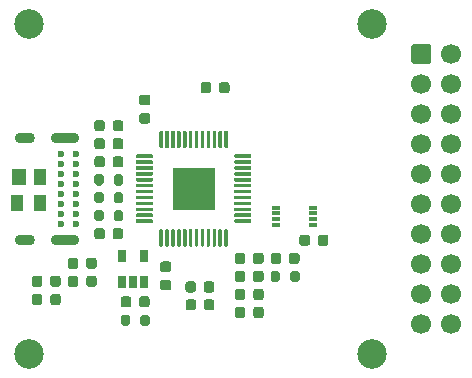
<source format=gbs>
G04 #@! TF.GenerationSoftware,KiCad,Pcbnew,(5.1.10-1-10_14)*
G04 #@! TF.CreationDate,2022-01-16T16:12:51+09:00*
G04 #@! TF.ProjectId,ft2232_jtag_tap,66743232-3332-45f6-9a74-61675f746170,rev?*
G04 #@! TF.SameCoordinates,Original*
G04 #@! TF.FileFunction,Soldermask,Bot*
G04 #@! TF.FilePolarity,Negative*
%FSLAX46Y46*%
G04 Gerber Fmt 4.6, Leading zero omitted, Abs format (unit mm)*
G04 Created by KiCad (PCBNEW (5.1.10-1-10_14)) date 2022-01-16 16:12:51*
%MOMM*%
%LPD*%
G01*
G04 APERTURE LIST*
%ADD10R,0.800000X0.300000*%
%ADD11R,3.600000X3.600000*%
%ADD12O,1.700000X0.900000*%
%ADD13O,2.400000X0.900000*%
%ADD14C,0.600000*%
%ADD15R,0.650000X1.060000*%
%ADD16C,1.700000*%
%ADD17C,2.500000*%
%ADD18R,1.000000X1.400000*%
%ADD19R,1.200000X1.400000*%
G04 APERTURE END LIST*
D10*
X77032000Y-120078000D03*
X77032000Y-119578000D03*
X77032000Y-119078000D03*
X77032000Y-118578000D03*
X73932000Y-118578000D03*
X73932000Y-119078000D03*
X73932000Y-119578000D03*
X73932000Y-120078000D03*
G36*
G01*
X77425000Y-121608000D02*
X77425000Y-121108000D01*
G75*
G02*
X77650000Y-120883000I225000J0D01*
G01*
X78100000Y-120883000D01*
G75*
G02*
X78325000Y-121108000I0J-225000D01*
G01*
X78325000Y-121608000D01*
G75*
G02*
X78100000Y-121833000I-225000J0D01*
G01*
X77650000Y-121833000D01*
G75*
G02*
X77425000Y-121608000I0J225000D01*
G01*
G37*
G36*
G01*
X75875000Y-121608000D02*
X75875000Y-121108000D01*
G75*
G02*
X76100000Y-120883000I225000J0D01*
G01*
X76550000Y-120883000D01*
G75*
G02*
X76775000Y-121108000I0J-225000D01*
G01*
X76775000Y-121608000D01*
G75*
G02*
X76550000Y-121833000I-225000J0D01*
G01*
X76100000Y-121833000D01*
G75*
G02*
X75875000Y-121608000I0J225000D01*
G01*
G37*
G36*
G01*
X68415000Y-108180000D02*
X68415000Y-108680000D01*
G75*
G02*
X68190000Y-108905000I-225000J0D01*
G01*
X67740000Y-108905000D01*
G75*
G02*
X67515000Y-108680000I0J225000D01*
G01*
X67515000Y-108180000D01*
G75*
G02*
X67740000Y-107955000I225000J0D01*
G01*
X68190000Y-107955000D01*
G75*
G02*
X68415000Y-108180000I0J-225000D01*
G01*
G37*
G36*
G01*
X69965000Y-108180000D02*
X69965000Y-108680000D01*
G75*
G02*
X69740000Y-108905000I-225000J0D01*
G01*
X69290000Y-108905000D01*
G75*
G02*
X69065000Y-108680000I0J225000D01*
G01*
X69065000Y-108180000D01*
G75*
G02*
X69290000Y-107955000I225000J0D01*
G01*
X69740000Y-107955000D01*
G75*
G02*
X69965000Y-108180000I0J-225000D01*
G01*
G37*
D11*
X66920000Y-116980000D03*
G36*
G01*
X64020000Y-121805000D02*
X64020000Y-120480000D01*
G75*
G02*
X64095000Y-120405000I75000J0D01*
G01*
X64245000Y-120405000D01*
G75*
G02*
X64320000Y-120480000I0J-75000D01*
G01*
X64320000Y-121805000D01*
G75*
G02*
X64245000Y-121880000I-75000J0D01*
G01*
X64095000Y-121880000D01*
G75*
G02*
X64020000Y-121805000I0J75000D01*
G01*
G37*
G36*
G01*
X64520000Y-121805000D02*
X64520000Y-120480000D01*
G75*
G02*
X64595000Y-120405000I75000J0D01*
G01*
X64745000Y-120405000D01*
G75*
G02*
X64820000Y-120480000I0J-75000D01*
G01*
X64820000Y-121805000D01*
G75*
G02*
X64745000Y-121880000I-75000J0D01*
G01*
X64595000Y-121880000D01*
G75*
G02*
X64520000Y-121805000I0J75000D01*
G01*
G37*
G36*
G01*
X65020000Y-121805000D02*
X65020000Y-120480000D01*
G75*
G02*
X65095000Y-120405000I75000J0D01*
G01*
X65245000Y-120405000D01*
G75*
G02*
X65320000Y-120480000I0J-75000D01*
G01*
X65320000Y-121805000D01*
G75*
G02*
X65245000Y-121880000I-75000J0D01*
G01*
X65095000Y-121880000D01*
G75*
G02*
X65020000Y-121805000I0J75000D01*
G01*
G37*
G36*
G01*
X65520000Y-121805000D02*
X65520000Y-120480000D01*
G75*
G02*
X65595000Y-120405000I75000J0D01*
G01*
X65745000Y-120405000D01*
G75*
G02*
X65820000Y-120480000I0J-75000D01*
G01*
X65820000Y-121805000D01*
G75*
G02*
X65745000Y-121880000I-75000J0D01*
G01*
X65595000Y-121880000D01*
G75*
G02*
X65520000Y-121805000I0J75000D01*
G01*
G37*
G36*
G01*
X66020000Y-121805000D02*
X66020000Y-120480000D01*
G75*
G02*
X66095000Y-120405000I75000J0D01*
G01*
X66245000Y-120405000D01*
G75*
G02*
X66320000Y-120480000I0J-75000D01*
G01*
X66320000Y-121805000D01*
G75*
G02*
X66245000Y-121880000I-75000J0D01*
G01*
X66095000Y-121880000D01*
G75*
G02*
X66020000Y-121805000I0J75000D01*
G01*
G37*
G36*
G01*
X66520000Y-121805000D02*
X66520000Y-120480000D01*
G75*
G02*
X66595000Y-120405000I75000J0D01*
G01*
X66745000Y-120405000D01*
G75*
G02*
X66820000Y-120480000I0J-75000D01*
G01*
X66820000Y-121805000D01*
G75*
G02*
X66745000Y-121880000I-75000J0D01*
G01*
X66595000Y-121880000D01*
G75*
G02*
X66520000Y-121805000I0J75000D01*
G01*
G37*
G36*
G01*
X67020000Y-121805000D02*
X67020000Y-120480000D01*
G75*
G02*
X67095000Y-120405000I75000J0D01*
G01*
X67245000Y-120405000D01*
G75*
G02*
X67320000Y-120480000I0J-75000D01*
G01*
X67320000Y-121805000D01*
G75*
G02*
X67245000Y-121880000I-75000J0D01*
G01*
X67095000Y-121880000D01*
G75*
G02*
X67020000Y-121805000I0J75000D01*
G01*
G37*
G36*
G01*
X67520000Y-121805000D02*
X67520000Y-120480000D01*
G75*
G02*
X67595000Y-120405000I75000J0D01*
G01*
X67745000Y-120405000D01*
G75*
G02*
X67820000Y-120480000I0J-75000D01*
G01*
X67820000Y-121805000D01*
G75*
G02*
X67745000Y-121880000I-75000J0D01*
G01*
X67595000Y-121880000D01*
G75*
G02*
X67520000Y-121805000I0J75000D01*
G01*
G37*
G36*
G01*
X68020000Y-121805000D02*
X68020000Y-120480000D01*
G75*
G02*
X68095000Y-120405000I75000J0D01*
G01*
X68245000Y-120405000D01*
G75*
G02*
X68320000Y-120480000I0J-75000D01*
G01*
X68320000Y-121805000D01*
G75*
G02*
X68245000Y-121880000I-75000J0D01*
G01*
X68095000Y-121880000D01*
G75*
G02*
X68020000Y-121805000I0J75000D01*
G01*
G37*
G36*
G01*
X68520000Y-121805000D02*
X68520000Y-120480000D01*
G75*
G02*
X68595000Y-120405000I75000J0D01*
G01*
X68745000Y-120405000D01*
G75*
G02*
X68820000Y-120480000I0J-75000D01*
G01*
X68820000Y-121805000D01*
G75*
G02*
X68745000Y-121880000I-75000J0D01*
G01*
X68595000Y-121880000D01*
G75*
G02*
X68520000Y-121805000I0J75000D01*
G01*
G37*
G36*
G01*
X69020000Y-121805000D02*
X69020000Y-120480000D01*
G75*
G02*
X69095000Y-120405000I75000J0D01*
G01*
X69245000Y-120405000D01*
G75*
G02*
X69320000Y-120480000I0J-75000D01*
G01*
X69320000Y-121805000D01*
G75*
G02*
X69245000Y-121880000I-75000J0D01*
G01*
X69095000Y-121880000D01*
G75*
G02*
X69020000Y-121805000I0J75000D01*
G01*
G37*
G36*
G01*
X69520000Y-121805000D02*
X69520000Y-120480000D01*
G75*
G02*
X69595000Y-120405000I75000J0D01*
G01*
X69745000Y-120405000D01*
G75*
G02*
X69820000Y-120480000I0J-75000D01*
G01*
X69820000Y-121805000D01*
G75*
G02*
X69745000Y-121880000I-75000J0D01*
G01*
X69595000Y-121880000D01*
G75*
G02*
X69520000Y-121805000I0J75000D01*
G01*
G37*
G36*
G01*
X70345000Y-119805000D02*
X70345000Y-119655000D01*
G75*
G02*
X70420000Y-119580000I75000J0D01*
G01*
X71745000Y-119580000D01*
G75*
G02*
X71820000Y-119655000I0J-75000D01*
G01*
X71820000Y-119805000D01*
G75*
G02*
X71745000Y-119880000I-75000J0D01*
G01*
X70420000Y-119880000D01*
G75*
G02*
X70345000Y-119805000I0J75000D01*
G01*
G37*
G36*
G01*
X70345000Y-119305000D02*
X70345000Y-119155000D01*
G75*
G02*
X70420000Y-119080000I75000J0D01*
G01*
X71745000Y-119080000D01*
G75*
G02*
X71820000Y-119155000I0J-75000D01*
G01*
X71820000Y-119305000D01*
G75*
G02*
X71745000Y-119380000I-75000J0D01*
G01*
X70420000Y-119380000D01*
G75*
G02*
X70345000Y-119305000I0J75000D01*
G01*
G37*
G36*
G01*
X70345000Y-118805000D02*
X70345000Y-118655000D01*
G75*
G02*
X70420000Y-118580000I75000J0D01*
G01*
X71745000Y-118580000D01*
G75*
G02*
X71820000Y-118655000I0J-75000D01*
G01*
X71820000Y-118805000D01*
G75*
G02*
X71745000Y-118880000I-75000J0D01*
G01*
X70420000Y-118880000D01*
G75*
G02*
X70345000Y-118805000I0J75000D01*
G01*
G37*
G36*
G01*
X70345000Y-118305000D02*
X70345000Y-118155000D01*
G75*
G02*
X70420000Y-118080000I75000J0D01*
G01*
X71745000Y-118080000D01*
G75*
G02*
X71820000Y-118155000I0J-75000D01*
G01*
X71820000Y-118305000D01*
G75*
G02*
X71745000Y-118380000I-75000J0D01*
G01*
X70420000Y-118380000D01*
G75*
G02*
X70345000Y-118305000I0J75000D01*
G01*
G37*
G36*
G01*
X70345000Y-117805000D02*
X70345000Y-117655000D01*
G75*
G02*
X70420000Y-117580000I75000J0D01*
G01*
X71745000Y-117580000D01*
G75*
G02*
X71820000Y-117655000I0J-75000D01*
G01*
X71820000Y-117805000D01*
G75*
G02*
X71745000Y-117880000I-75000J0D01*
G01*
X70420000Y-117880000D01*
G75*
G02*
X70345000Y-117805000I0J75000D01*
G01*
G37*
G36*
G01*
X70345000Y-117305000D02*
X70345000Y-117155000D01*
G75*
G02*
X70420000Y-117080000I75000J0D01*
G01*
X71745000Y-117080000D01*
G75*
G02*
X71820000Y-117155000I0J-75000D01*
G01*
X71820000Y-117305000D01*
G75*
G02*
X71745000Y-117380000I-75000J0D01*
G01*
X70420000Y-117380000D01*
G75*
G02*
X70345000Y-117305000I0J75000D01*
G01*
G37*
G36*
G01*
X70345000Y-116805000D02*
X70345000Y-116655000D01*
G75*
G02*
X70420000Y-116580000I75000J0D01*
G01*
X71745000Y-116580000D01*
G75*
G02*
X71820000Y-116655000I0J-75000D01*
G01*
X71820000Y-116805000D01*
G75*
G02*
X71745000Y-116880000I-75000J0D01*
G01*
X70420000Y-116880000D01*
G75*
G02*
X70345000Y-116805000I0J75000D01*
G01*
G37*
G36*
G01*
X70345000Y-116305000D02*
X70345000Y-116155000D01*
G75*
G02*
X70420000Y-116080000I75000J0D01*
G01*
X71745000Y-116080000D01*
G75*
G02*
X71820000Y-116155000I0J-75000D01*
G01*
X71820000Y-116305000D01*
G75*
G02*
X71745000Y-116380000I-75000J0D01*
G01*
X70420000Y-116380000D01*
G75*
G02*
X70345000Y-116305000I0J75000D01*
G01*
G37*
G36*
G01*
X70345000Y-115805000D02*
X70345000Y-115655000D01*
G75*
G02*
X70420000Y-115580000I75000J0D01*
G01*
X71745000Y-115580000D01*
G75*
G02*
X71820000Y-115655000I0J-75000D01*
G01*
X71820000Y-115805000D01*
G75*
G02*
X71745000Y-115880000I-75000J0D01*
G01*
X70420000Y-115880000D01*
G75*
G02*
X70345000Y-115805000I0J75000D01*
G01*
G37*
G36*
G01*
X70345000Y-115305000D02*
X70345000Y-115155000D01*
G75*
G02*
X70420000Y-115080000I75000J0D01*
G01*
X71745000Y-115080000D01*
G75*
G02*
X71820000Y-115155000I0J-75000D01*
G01*
X71820000Y-115305000D01*
G75*
G02*
X71745000Y-115380000I-75000J0D01*
G01*
X70420000Y-115380000D01*
G75*
G02*
X70345000Y-115305000I0J75000D01*
G01*
G37*
G36*
G01*
X70345000Y-114805000D02*
X70345000Y-114655000D01*
G75*
G02*
X70420000Y-114580000I75000J0D01*
G01*
X71745000Y-114580000D01*
G75*
G02*
X71820000Y-114655000I0J-75000D01*
G01*
X71820000Y-114805000D01*
G75*
G02*
X71745000Y-114880000I-75000J0D01*
G01*
X70420000Y-114880000D01*
G75*
G02*
X70345000Y-114805000I0J75000D01*
G01*
G37*
G36*
G01*
X70345000Y-114305000D02*
X70345000Y-114155000D01*
G75*
G02*
X70420000Y-114080000I75000J0D01*
G01*
X71745000Y-114080000D01*
G75*
G02*
X71820000Y-114155000I0J-75000D01*
G01*
X71820000Y-114305000D01*
G75*
G02*
X71745000Y-114380000I-75000J0D01*
G01*
X70420000Y-114380000D01*
G75*
G02*
X70345000Y-114305000I0J75000D01*
G01*
G37*
G36*
G01*
X69520000Y-113480000D02*
X69520000Y-112155000D01*
G75*
G02*
X69595000Y-112080000I75000J0D01*
G01*
X69745000Y-112080000D01*
G75*
G02*
X69820000Y-112155000I0J-75000D01*
G01*
X69820000Y-113480000D01*
G75*
G02*
X69745000Y-113555000I-75000J0D01*
G01*
X69595000Y-113555000D01*
G75*
G02*
X69520000Y-113480000I0J75000D01*
G01*
G37*
G36*
G01*
X69020000Y-113480000D02*
X69020000Y-112155000D01*
G75*
G02*
X69095000Y-112080000I75000J0D01*
G01*
X69245000Y-112080000D01*
G75*
G02*
X69320000Y-112155000I0J-75000D01*
G01*
X69320000Y-113480000D01*
G75*
G02*
X69245000Y-113555000I-75000J0D01*
G01*
X69095000Y-113555000D01*
G75*
G02*
X69020000Y-113480000I0J75000D01*
G01*
G37*
G36*
G01*
X68520000Y-113480000D02*
X68520000Y-112155000D01*
G75*
G02*
X68595000Y-112080000I75000J0D01*
G01*
X68745000Y-112080000D01*
G75*
G02*
X68820000Y-112155000I0J-75000D01*
G01*
X68820000Y-113480000D01*
G75*
G02*
X68745000Y-113555000I-75000J0D01*
G01*
X68595000Y-113555000D01*
G75*
G02*
X68520000Y-113480000I0J75000D01*
G01*
G37*
G36*
G01*
X68020000Y-113480000D02*
X68020000Y-112155000D01*
G75*
G02*
X68095000Y-112080000I75000J0D01*
G01*
X68245000Y-112080000D01*
G75*
G02*
X68320000Y-112155000I0J-75000D01*
G01*
X68320000Y-113480000D01*
G75*
G02*
X68245000Y-113555000I-75000J0D01*
G01*
X68095000Y-113555000D01*
G75*
G02*
X68020000Y-113480000I0J75000D01*
G01*
G37*
G36*
G01*
X67520000Y-113480000D02*
X67520000Y-112155000D01*
G75*
G02*
X67595000Y-112080000I75000J0D01*
G01*
X67745000Y-112080000D01*
G75*
G02*
X67820000Y-112155000I0J-75000D01*
G01*
X67820000Y-113480000D01*
G75*
G02*
X67745000Y-113555000I-75000J0D01*
G01*
X67595000Y-113555000D01*
G75*
G02*
X67520000Y-113480000I0J75000D01*
G01*
G37*
G36*
G01*
X67020000Y-113480000D02*
X67020000Y-112155000D01*
G75*
G02*
X67095000Y-112080000I75000J0D01*
G01*
X67245000Y-112080000D01*
G75*
G02*
X67320000Y-112155000I0J-75000D01*
G01*
X67320000Y-113480000D01*
G75*
G02*
X67245000Y-113555000I-75000J0D01*
G01*
X67095000Y-113555000D01*
G75*
G02*
X67020000Y-113480000I0J75000D01*
G01*
G37*
G36*
G01*
X66520000Y-113480000D02*
X66520000Y-112155000D01*
G75*
G02*
X66595000Y-112080000I75000J0D01*
G01*
X66745000Y-112080000D01*
G75*
G02*
X66820000Y-112155000I0J-75000D01*
G01*
X66820000Y-113480000D01*
G75*
G02*
X66745000Y-113555000I-75000J0D01*
G01*
X66595000Y-113555000D01*
G75*
G02*
X66520000Y-113480000I0J75000D01*
G01*
G37*
G36*
G01*
X66020000Y-113480000D02*
X66020000Y-112155000D01*
G75*
G02*
X66095000Y-112080000I75000J0D01*
G01*
X66245000Y-112080000D01*
G75*
G02*
X66320000Y-112155000I0J-75000D01*
G01*
X66320000Y-113480000D01*
G75*
G02*
X66245000Y-113555000I-75000J0D01*
G01*
X66095000Y-113555000D01*
G75*
G02*
X66020000Y-113480000I0J75000D01*
G01*
G37*
G36*
G01*
X65520000Y-113480000D02*
X65520000Y-112155000D01*
G75*
G02*
X65595000Y-112080000I75000J0D01*
G01*
X65745000Y-112080000D01*
G75*
G02*
X65820000Y-112155000I0J-75000D01*
G01*
X65820000Y-113480000D01*
G75*
G02*
X65745000Y-113555000I-75000J0D01*
G01*
X65595000Y-113555000D01*
G75*
G02*
X65520000Y-113480000I0J75000D01*
G01*
G37*
G36*
G01*
X65020000Y-113480000D02*
X65020000Y-112155000D01*
G75*
G02*
X65095000Y-112080000I75000J0D01*
G01*
X65245000Y-112080000D01*
G75*
G02*
X65320000Y-112155000I0J-75000D01*
G01*
X65320000Y-113480000D01*
G75*
G02*
X65245000Y-113555000I-75000J0D01*
G01*
X65095000Y-113555000D01*
G75*
G02*
X65020000Y-113480000I0J75000D01*
G01*
G37*
G36*
G01*
X64520000Y-113480000D02*
X64520000Y-112155000D01*
G75*
G02*
X64595000Y-112080000I75000J0D01*
G01*
X64745000Y-112080000D01*
G75*
G02*
X64820000Y-112155000I0J-75000D01*
G01*
X64820000Y-113480000D01*
G75*
G02*
X64745000Y-113555000I-75000J0D01*
G01*
X64595000Y-113555000D01*
G75*
G02*
X64520000Y-113480000I0J75000D01*
G01*
G37*
G36*
G01*
X64020000Y-113480000D02*
X64020000Y-112155000D01*
G75*
G02*
X64095000Y-112080000I75000J0D01*
G01*
X64245000Y-112080000D01*
G75*
G02*
X64320000Y-112155000I0J-75000D01*
G01*
X64320000Y-113480000D01*
G75*
G02*
X64245000Y-113555000I-75000J0D01*
G01*
X64095000Y-113555000D01*
G75*
G02*
X64020000Y-113480000I0J75000D01*
G01*
G37*
G36*
G01*
X62020000Y-114305000D02*
X62020000Y-114155000D01*
G75*
G02*
X62095000Y-114080000I75000J0D01*
G01*
X63420000Y-114080000D01*
G75*
G02*
X63495000Y-114155000I0J-75000D01*
G01*
X63495000Y-114305000D01*
G75*
G02*
X63420000Y-114380000I-75000J0D01*
G01*
X62095000Y-114380000D01*
G75*
G02*
X62020000Y-114305000I0J75000D01*
G01*
G37*
G36*
G01*
X62020000Y-114805000D02*
X62020000Y-114655000D01*
G75*
G02*
X62095000Y-114580000I75000J0D01*
G01*
X63420000Y-114580000D01*
G75*
G02*
X63495000Y-114655000I0J-75000D01*
G01*
X63495000Y-114805000D01*
G75*
G02*
X63420000Y-114880000I-75000J0D01*
G01*
X62095000Y-114880000D01*
G75*
G02*
X62020000Y-114805000I0J75000D01*
G01*
G37*
G36*
G01*
X62020000Y-115305000D02*
X62020000Y-115155000D01*
G75*
G02*
X62095000Y-115080000I75000J0D01*
G01*
X63420000Y-115080000D01*
G75*
G02*
X63495000Y-115155000I0J-75000D01*
G01*
X63495000Y-115305000D01*
G75*
G02*
X63420000Y-115380000I-75000J0D01*
G01*
X62095000Y-115380000D01*
G75*
G02*
X62020000Y-115305000I0J75000D01*
G01*
G37*
G36*
G01*
X62020000Y-115805000D02*
X62020000Y-115655000D01*
G75*
G02*
X62095000Y-115580000I75000J0D01*
G01*
X63420000Y-115580000D01*
G75*
G02*
X63495000Y-115655000I0J-75000D01*
G01*
X63495000Y-115805000D01*
G75*
G02*
X63420000Y-115880000I-75000J0D01*
G01*
X62095000Y-115880000D01*
G75*
G02*
X62020000Y-115805000I0J75000D01*
G01*
G37*
G36*
G01*
X62020000Y-116305000D02*
X62020000Y-116155000D01*
G75*
G02*
X62095000Y-116080000I75000J0D01*
G01*
X63420000Y-116080000D01*
G75*
G02*
X63495000Y-116155000I0J-75000D01*
G01*
X63495000Y-116305000D01*
G75*
G02*
X63420000Y-116380000I-75000J0D01*
G01*
X62095000Y-116380000D01*
G75*
G02*
X62020000Y-116305000I0J75000D01*
G01*
G37*
G36*
G01*
X62020000Y-116805000D02*
X62020000Y-116655000D01*
G75*
G02*
X62095000Y-116580000I75000J0D01*
G01*
X63420000Y-116580000D01*
G75*
G02*
X63495000Y-116655000I0J-75000D01*
G01*
X63495000Y-116805000D01*
G75*
G02*
X63420000Y-116880000I-75000J0D01*
G01*
X62095000Y-116880000D01*
G75*
G02*
X62020000Y-116805000I0J75000D01*
G01*
G37*
G36*
G01*
X62020000Y-117305000D02*
X62020000Y-117155000D01*
G75*
G02*
X62095000Y-117080000I75000J0D01*
G01*
X63420000Y-117080000D01*
G75*
G02*
X63495000Y-117155000I0J-75000D01*
G01*
X63495000Y-117305000D01*
G75*
G02*
X63420000Y-117380000I-75000J0D01*
G01*
X62095000Y-117380000D01*
G75*
G02*
X62020000Y-117305000I0J75000D01*
G01*
G37*
G36*
G01*
X62020000Y-117805000D02*
X62020000Y-117655000D01*
G75*
G02*
X62095000Y-117580000I75000J0D01*
G01*
X63420000Y-117580000D01*
G75*
G02*
X63495000Y-117655000I0J-75000D01*
G01*
X63495000Y-117805000D01*
G75*
G02*
X63420000Y-117880000I-75000J0D01*
G01*
X62095000Y-117880000D01*
G75*
G02*
X62020000Y-117805000I0J75000D01*
G01*
G37*
G36*
G01*
X62020000Y-118305000D02*
X62020000Y-118155000D01*
G75*
G02*
X62095000Y-118080000I75000J0D01*
G01*
X63420000Y-118080000D01*
G75*
G02*
X63495000Y-118155000I0J-75000D01*
G01*
X63495000Y-118305000D01*
G75*
G02*
X63420000Y-118380000I-75000J0D01*
G01*
X62095000Y-118380000D01*
G75*
G02*
X62020000Y-118305000I0J75000D01*
G01*
G37*
G36*
G01*
X62020000Y-118805000D02*
X62020000Y-118655000D01*
G75*
G02*
X62095000Y-118580000I75000J0D01*
G01*
X63420000Y-118580000D01*
G75*
G02*
X63495000Y-118655000I0J-75000D01*
G01*
X63495000Y-118805000D01*
G75*
G02*
X63420000Y-118880000I-75000J0D01*
G01*
X62095000Y-118880000D01*
G75*
G02*
X62020000Y-118805000I0J75000D01*
G01*
G37*
G36*
G01*
X62020000Y-119305000D02*
X62020000Y-119155000D01*
G75*
G02*
X62095000Y-119080000I75000J0D01*
G01*
X63420000Y-119080000D01*
G75*
G02*
X63495000Y-119155000I0J-75000D01*
G01*
X63495000Y-119305000D01*
G75*
G02*
X63420000Y-119380000I-75000J0D01*
G01*
X62095000Y-119380000D01*
G75*
G02*
X62020000Y-119305000I0J75000D01*
G01*
G37*
G36*
G01*
X62020000Y-119805000D02*
X62020000Y-119655000D01*
G75*
G02*
X62095000Y-119580000I75000J0D01*
G01*
X63420000Y-119580000D01*
G75*
G02*
X63495000Y-119655000I0J-75000D01*
G01*
X63495000Y-119805000D01*
G75*
G02*
X63420000Y-119880000I-75000J0D01*
G01*
X62095000Y-119880000D01*
G75*
G02*
X62020000Y-119805000I0J75000D01*
G01*
G37*
D12*
X52640000Y-121325000D03*
X52640000Y-112675000D03*
D13*
X56020000Y-121325000D03*
X56020000Y-112675000D03*
D14*
X55650000Y-117425000D03*
X55650000Y-119975000D03*
X55650000Y-119125000D03*
X55650000Y-118275000D03*
X55650000Y-114025000D03*
X55650000Y-115725000D03*
X55650000Y-116575000D03*
X55650000Y-114875000D03*
X57000000Y-119975000D03*
X57000000Y-119125000D03*
X57000000Y-118275000D03*
X57000000Y-117425000D03*
X57000000Y-116575000D03*
X57000000Y-115725000D03*
X57000000Y-114875000D03*
X57000000Y-114025000D03*
D15*
X62760000Y-122680000D03*
X60860000Y-122680000D03*
X60860000Y-124880000D03*
X61810000Y-124880000D03*
X62760000Y-124880000D03*
G36*
G01*
X59305000Y-119005000D02*
X59305000Y-119555000D01*
G75*
G02*
X59105000Y-119755000I-200000J0D01*
G01*
X58705000Y-119755000D01*
G75*
G02*
X58505000Y-119555000I0J200000D01*
G01*
X58505000Y-119005000D01*
G75*
G02*
X58705000Y-118805000I200000J0D01*
G01*
X59105000Y-118805000D01*
G75*
G02*
X59305000Y-119005000I0J-200000D01*
G01*
G37*
G36*
G01*
X60955000Y-119005000D02*
X60955000Y-119555000D01*
G75*
G02*
X60755000Y-119755000I-200000J0D01*
G01*
X60355000Y-119755000D01*
G75*
G02*
X60155000Y-119555000I0J200000D01*
G01*
X60155000Y-119005000D01*
G75*
G02*
X60355000Y-118805000I200000J0D01*
G01*
X60755000Y-118805000D01*
G75*
G02*
X60955000Y-119005000I0J-200000D01*
G01*
G37*
G36*
G01*
X74235000Y-124145000D02*
X74235000Y-124695000D01*
G75*
G02*
X74035000Y-124895000I-200000J0D01*
G01*
X73635000Y-124895000D01*
G75*
G02*
X73435000Y-124695000I0J200000D01*
G01*
X73435000Y-124145000D01*
G75*
G02*
X73635000Y-123945000I200000J0D01*
G01*
X74035000Y-123945000D01*
G75*
G02*
X74235000Y-124145000I0J-200000D01*
G01*
G37*
G36*
G01*
X75885000Y-124145000D02*
X75885000Y-124695000D01*
G75*
G02*
X75685000Y-124895000I-200000J0D01*
G01*
X75285000Y-124895000D01*
G75*
G02*
X75085000Y-124695000I0J200000D01*
G01*
X75085000Y-124145000D01*
G75*
G02*
X75285000Y-123945000I200000J0D01*
G01*
X75685000Y-123945000D01*
G75*
G02*
X75885000Y-124145000I0J-200000D01*
G01*
G37*
G36*
G01*
X59390000Y-111403750D02*
X59390000Y-111916250D01*
G75*
G02*
X59171250Y-112135000I-218750J0D01*
G01*
X58733750Y-112135000D01*
G75*
G02*
X58515000Y-111916250I0J218750D01*
G01*
X58515000Y-111403750D01*
G75*
G02*
X58733750Y-111185000I218750J0D01*
G01*
X59171250Y-111185000D01*
G75*
G02*
X59390000Y-111403750I0J-218750D01*
G01*
G37*
G36*
G01*
X60965000Y-111403750D02*
X60965000Y-111916250D01*
G75*
G02*
X60746250Y-112135000I-218750J0D01*
G01*
X60308750Y-112135000D01*
G75*
G02*
X60090000Y-111916250I0J218750D01*
G01*
X60090000Y-111403750D01*
G75*
G02*
X60308750Y-111185000I218750J0D01*
G01*
X60746250Y-111185000D01*
G75*
G02*
X60965000Y-111403750I0J-218750D01*
G01*
G37*
G36*
G01*
X61565000Y-127845000D02*
X61565000Y-128395000D01*
G75*
G02*
X61365000Y-128595000I-200000J0D01*
G01*
X60965000Y-128595000D01*
G75*
G02*
X60765000Y-128395000I0J200000D01*
G01*
X60765000Y-127845000D01*
G75*
G02*
X60965000Y-127645000I200000J0D01*
G01*
X61365000Y-127645000D01*
G75*
G02*
X61565000Y-127845000I0J-200000D01*
G01*
G37*
G36*
G01*
X63215000Y-127845000D02*
X63215000Y-128395000D01*
G75*
G02*
X63015000Y-128595000I-200000J0D01*
G01*
X62615000Y-128595000D01*
G75*
G02*
X62415000Y-128395000I0J200000D01*
G01*
X62415000Y-127845000D01*
G75*
G02*
X62615000Y-127645000I200000J0D01*
G01*
X63015000Y-127645000D01*
G75*
G02*
X63215000Y-127845000I0J-200000D01*
G01*
G37*
G36*
G01*
X59315000Y-115965000D02*
X59315000Y-116515000D01*
G75*
G02*
X59115000Y-116715000I-200000J0D01*
G01*
X58715000Y-116715000D01*
G75*
G02*
X58515000Y-116515000I0J200000D01*
G01*
X58515000Y-115965000D01*
G75*
G02*
X58715000Y-115765000I200000J0D01*
G01*
X59115000Y-115765000D01*
G75*
G02*
X59315000Y-115965000I0J-200000D01*
G01*
G37*
G36*
G01*
X60965000Y-115965000D02*
X60965000Y-116515000D01*
G75*
G02*
X60765000Y-116715000I-200000J0D01*
G01*
X60365000Y-116715000D01*
G75*
G02*
X60165000Y-116515000I0J200000D01*
G01*
X60165000Y-115965000D01*
G75*
G02*
X60365000Y-115765000I200000J0D01*
G01*
X60765000Y-115765000D01*
G75*
G02*
X60965000Y-115965000I0J-200000D01*
G01*
G37*
G36*
G01*
X59315000Y-117485000D02*
X59315000Y-118035000D01*
G75*
G02*
X59115000Y-118235000I-200000J0D01*
G01*
X58715000Y-118235000D01*
G75*
G02*
X58515000Y-118035000I0J200000D01*
G01*
X58515000Y-117485000D01*
G75*
G02*
X58715000Y-117285000I200000J0D01*
G01*
X59115000Y-117285000D01*
G75*
G02*
X59315000Y-117485000I0J-200000D01*
G01*
G37*
G36*
G01*
X60965000Y-117485000D02*
X60965000Y-118035000D01*
G75*
G02*
X60765000Y-118235000I-200000J0D01*
G01*
X60365000Y-118235000D01*
G75*
G02*
X60165000Y-118035000I0J200000D01*
G01*
X60165000Y-117485000D01*
G75*
G02*
X60365000Y-117285000I200000J0D01*
G01*
X60765000Y-117285000D01*
G75*
G02*
X60965000Y-117485000I0J-200000D01*
G01*
G37*
G36*
G01*
X57140000Y-124573750D02*
X57140000Y-125086250D01*
G75*
G02*
X56921250Y-125305000I-218750J0D01*
G01*
X56483750Y-125305000D01*
G75*
G02*
X56265000Y-125086250I0J218750D01*
G01*
X56265000Y-124573750D01*
G75*
G02*
X56483750Y-124355000I218750J0D01*
G01*
X56921250Y-124355000D01*
G75*
G02*
X57140000Y-124573750I0J-218750D01*
G01*
G37*
G36*
G01*
X58715000Y-124573750D02*
X58715000Y-125086250D01*
G75*
G02*
X58496250Y-125305000I-218750J0D01*
G01*
X58058750Y-125305000D01*
G75*
G02*
X57840000Y-125086250I0J218750D01*
G01*
X57840000Y-124573750D01*
G75*
G02*
X58058750Y-124355000I218750J0D01*
G01*
X58496250Y-124355000D01*
G75*
G02*
X58715000Y-124573750I0J-218750D01*
G01*
G37*
G36*
G01*
X54100000Y-126113750D02*
X54100000Y-126626250D01*
G75*
G02*
X53881250Y-126845000I-218750J0D01*
G01*
X53443750Y-126845000D01*
G75*
G02*
X53225000Y-126626250I0J218750D01*
G01*
X53225000Y-126113750D01*
G75*
G02*
X53443750Y-125895000I218750J0D01*
G01*
X53881250Y-125895000D01*
G75*
G02*
X54100000Y-126113750I0J-218750D01*
G01*
G37*
G36*
G01*
X55675000Y-126113750D02*
X55675000Y-126626250D01*
G75*
G02*
X55456250Y-126845000I-218750J0D01*
G01*
X55018750Y-126845000D01*
G75*
G02*
X54800000Y-126626250I0J218750D01*
G01*
X54800000Y-126113750D01*
G75*
G02*
X55018750Y-125895000I218750J0D01*
G01*
X55456250Y-125895000D01*
G75*
G02*
X55675000Y-126113750I0J-218750D01*
G01*
G37*
D16*
X88740000Y-128440000D03*
X88740000Y-125900000D03*
X88740000Y-123360000D03*
X88740000Y-120820000D03*
X88740000Y-118280000D03*
X88740000Y-115740000D03*
X88740000Y-113200000D03*
X88740000Y-110660000D03*
X88740000Y-108120000D03*
X88740000Y-105580000D03*
X86200000Y-128440000D03*
X86200000Y-125900000D03*
X86200000Y-123360000D03*
X86200000Y-120820000D03*
X86200000Y-118280000D03*
X86200000Y-115740000D03*
X86200000Y-113200000D03*
X86200000Y-110660000D03*
X86200000Y-108120000D03*
G36*
G01*
X85350000Y-106180000D02*
X85350000Y-104980000D01*
G75*
G02*
X85600000Y-104730000I250000J0D01*
G01*
X86800000Y-104730000D01*
G75*
G02*
X87050000Y-104980000I0J-250000D01*
G01*
X87050000Y-106180000D01*
G75*
G02*
X86800000Y-106430000I-250000J0D01*
G01*
X85600000Y-106430000D01*
G75*
G02*
X85350000Y-106180000I0J250000D01*
G01*
G37*
D17*
X82000000Y-131000000D03*
X82000000Y-103000000D03*
X53000000Y-131000000D03*
X53000000Y-103000000D03*
D18*
X51980000Y-118190000D03*
X53880000Y-118190000D03*
X53880000Y-115990000D03*
D19*
X52160000Y-115990000D03*
G36*
G01*
X59415000Y-114460000D02*
X59415000Y-114960000D01*
G75*
G02*
X59190000Y-115185000I-225000J0D01*
G01*
X58740000Y-115185000D01*
G75*
G02*
X58515000Y-114960000I0J225000D01*
G01*
X58515000Y-114460000D01*
G75*
G02*
X58740000Y-114235000I225000J0D01*
G01*
X59190000Y-114235000D01*
G75*
G02*
X59415000Y-114460000I0J-225000D01*
G01*
G37*
G36*
G01*
X60965000Y-114460000D02*
X60965000Y-114960000D01*
G75*
G02*
X60740000Y-115185000I-225000J0D01*
G01*
X60290000Y-115185000D01*
G75*
G02*
X60065000Y-114960000I0J225000D01*
G01*
X60065000Y-114460000D01*
G75*
G02*
X60290000Y-114235000I225000J0D01*
G01*
X60740000Y-114235000D01*
G75*
G02*
X60965000Y-114460000I0J-225000D01*
G01*
G37*
G36*
G01*
X59415000Y-112930000D02*
X59415000Y-113430000D01*
G75*
G02*
X59190000Y-113655000I-225000J0D01*
G01*
X58740000Y-113655000D01*
G75*
G02*
X58515000Y-113430000I0J225000D01*
G01*
X58515000Y-112930000D01*
G75*
G02*
X58740000Y-112705000I225000J0D01*
G01*
X59190000Y-112705000D01*
G75*
G02*
X59415000Y-112930000I0J-225000D01*
G01*
G37*
G36*
G01*
X60965000Y-112930000D02*
X60965000Y-113430000D01*
G75*
G02*
X60740000Y-113655000I-225000J0D01*
G01*
X60290000Y-113655000D01*
G75*
G02*
X60065000Y-113430000I0J225000D01*
G01*
X60065000Y-112930000D01*
G75*
G02*
X60290000Y-112705000I225000J0D01*
G01*
X60740000Y-112705000D01*
G75*
G02*
X60965000Y-112930000I0J-225000D01*
G01*
G37*
G36*
G01*
X71945000Y-123140000D02*
X71945000Y-122640000D01*
G75*
G02*
X72170000Y-122415000I225000J0D01*
G01*
X72620000Y-122415000D01*
G75*
G02*
X72845000Y-122640000I0J-225000D01*
G01*
X72845000Y-123140000D01*
G75*
G02*
X72620000Y-123365000I-225000J0D01*
G01*
X72170000Y-123365000D01*
G75*
G02*
X71945000Y-123140000I0J225000D01*
G01*
G37*
G36*
G01*
X70395000Y-123140000D02*
X70395000Y-122640000D01*
G75*
G02*
X70620000Y-122415000I225000J0D01*
G01*
X71070000Y-122415000D01*
G75*
G02*
X71295000Y-122640000I0J-225000D01*
G01*
X71295000Y-123140000D01*
G75*
G02*
X71070000Y-123365000I-225000J0D01*
G01*
X70620000Y-123365000D01*
G75*
G02*
X70395000Y-123140000I0J225000D01*
G01*
G37*
G36*
G01*
X71959000Y-127716000D02*
X71959000Y-127216000D01*
G75*
G02*
X72184000Y-126991000I225000J0D01*
G01*
X72634000Y-126991000D01*
G75*
G02*
X72859000Y-127216000I0J-225000D01*
G01*
X72859000Y-127716000D01*
G75*
G02*
X72634000Y-127941000I-225000J0D01*
G01*
X72184000Y-127941000D01*
G75*
G02*
X71959000Y-127716000I0J225000D01*
G01*
G37*
G36*
G01*
X70409000Y-127716000D02*
X70409000Y-127216000D01*
G75*
G02*
X70634000Y-126991000I225000J0D01*
G01*
X71084000Y-126991000D01*
G75*
G02*
X71309000Y-127216000I0J-225000D01*
G01*
X71309000Y-127716000D01*
G75*
G02*
X71084000Y-127941000I-225000J0D01*
G01*
X70634000Y-127941000D01*
G75*
G02*
X70409000Y-127716000I0J225000D01*
G01*
G37*
G36*
G01*
X63030000Y-109925000D02*
X62530000Y-109925000D01*
G75*
G02*
X62305000Y-109700000I0J225000D01*
G01*
X62305000Y-109250000D01*
G75*
G02*
X62530000Y-109025000I225000J0D01*
G01*
X63030000Y-109025000D01*
G75*
G02*
X63255000Y-109250000I0J-225000D01*
G01*
X63255000Y-109700000D01*
G75*
G02*
X63030000Y-109925000I-225000J0D01*
G01*
G37*
G36*
G01*
X63030000Y-111475000D02*
X62530000Y-111475000D01*
G75*
G02*
X62305000Y-111250000I0J225000D01*
G01*
X62305000Y-110800000D01*
G75*
G02*
X62530000Y-110575000I225000J0D01*
G01*
X63030000Y-110575000D01*
G75*
G02*
X63255000Y-110800000I0J-225000D01*
G01*
X63255000Y-111250000D01*
G75*
G02*
X63030000Y-111475000I-225000J0D01*
G01*
G37*
G36*
G01*
X59405000Y-120550000D02*
X59405000Y-121050000D01*
G75*
G02*
X59180000Y-121275000I-225000J0D01*
G01*
X58730000Y-121275000D01*
G75*
G02*
X58505000Y-121050000I0J225000D01*
G01*
X58505000Y-120550000D01*
G75*
G02*
X58730000Y-120325000I225000J0D01*
G01*
X59180000Y-120325000D01*
G75*
G02*
X59405000Y-120550000I0J-225000D01*
G01*
G37*
G36*
G01*
X60955000Y-120550000D02*
X60955000Y-121050000D01*
G75*
G02*
X60730000Y-121275000I-225000J0D01*
G01*
X60280000Y-121275000D01*
G75*
G02*
X60055000Y-121050000I0J225000D01*
G01*
X60055000Y-120550000D01*
G75*
G02*
X60280000Y-120325000I225000J0D01*
G01*
X60730000Y-120325000D01*
G75*
G02*
X60955000Y-120550000I0J-225000D01*
G01*
G37*
G36*
G01*
X71959000Y-126196000D02*
X71959000Y-125696000D01*
G75*
G02*
X72184000Y-125471000I225000J0D01*
G01*
X72634000Y-125471000D01*
G75*
G02*
X72859000Y-125696000I0J-225000D01*
G01*
X72859000Y-126196000D01*
G75*
G02*
X72634000Y-126421000I-225000J0D01*
G01*
X72184000Y-126421000D01*
G75*
G02*
X71959000Y-126196000I0J225000D01*
G01*
G37*
G36*
G01*
X70409000Y-126196000D02*
X70409000Y-125696000D01*
G75*
G02*
X70634000Y-125471000I225000J0D01*
G01*
X71084000Y-125471000D01*
G75*
G02*
X71309000Y-125696000I0J-225000D01*
G01*
X71309000Y-126196000D01*
G75*
G02*
X71084000Y-126421000I-225000J0D01*
G01*
X70634000Y-126421000D01*
G75*
G02*
X70409000Y-126196000I0J225000D01*
G01*
G37*
G36*
G01*
X64300000Y-124695000D02*
X64800000Y-124695000D01*
G75*
G02*
X65025000Y-124920000I0J-225000D01*
G01*
X65025000Y-125370000D01*
G75*
G02*
X64800000Y-125595000I-225000J0D01*
G01*
X64300000Y-125595000D01*
G75*
G02*
X64075000Y-125370000I0J225000D01*
G01*
X64075000Y-124920000D01*
G75*
G02*
X64300000Y-124695000I225000J0D01*
G01*
G37*
G36*
G01*
X64300000Y-123145000D02*
X64800000Y-123145000D01*
G75*
G02*
X65025000Y-123370000I0J-225000D01*
G01*
X65025000Y-123820000D01*
G75*
G02*
X64800000Y-124045000I-225000J0D01*
G01*
X64300000Y-124045000D01*
G75*
G02*
X64075000Y-123820000I0J225000D01*
G01*
X64075000Y-123370000D01*
G75*
G02*
X64300000Y-123145000I225000J0D01*
G01*
G37*
G36*
G01*
X57165000Y-123060000D02*
X57165000Y-123560000D01*
G75*
G02*
X56940000Y-123785000I-225000J0D01*
G01*
X56490000Y-123785000D01*
G75*
G02*
X56265000Y-123560000I0J225000D01*
G01*
X56265000Y-123060000D01*
G75*
G02*
X56490000Y-122835000I225000J0D01*
G01*
X56940000Y-122835000D01*
G75*
G02*
X57165000Y-123060000I0J-225000D01*
G01*
G37*
G36*
G01*
X58715000Y-123060000D02*
X58715000Y-123560000D01*
G75*
G02*
X58490000Y-123785000I-225000J0D01*
G01*
X58040000Y-123785000D01*
G75*
G02*
X57815000Y-123560000I0J225000D01*
G01*
X57815000Y-123060000D01*
G75*
G02*
X58040000Y-122835000I225000J0D01*
G01*
X58490000Y-122835000D01*
G75*
G02*
X58715000Y-123060000I0J-225000D01*
G01*
G37*
G36*
G01*
X67125000Y-125050000D02*
X67125000Y-125550000D01*
G75*
G02*
X66900000Y-125775000I-225000J0D01*
G01*
X66450000Y-125775000D01*
G75*
G02*
X66225000Y-125550000I0J225000D01*
G01*
X66225000Y-125050000D01*
G75*
G02*
X66450000Y-124825000I225000J0D01*
G01*
X66900000Y-124825000D01*
G75*
G02*
X67125000Y-125050000I0J-225000D01*
G01*
G37*
G36*
G01*
X68675000Y-125050000D02*
X68675000Y-125550000D01*
G75*
G02*
X68450000Y-125775000I-225000J0D01*
G01*
X68000000Y-125775000D01*
G75*
G02*
X67775000Y-125550000I0J225000D01*
G01*
X67775000Y-125050000D01*
G75*
G02*
X68000000Y-124825000I225000J0D01*
G01*
X68450000Y-124825000D01*
G75*
G02*
X68675000Y-125050000I0J-225000D01*
G01*
G37*
G36*
G01*
X71945000Y-124660000D02*
X71945000Y-124160000D01*
G75*
G02*
X72170000Y-123935000I225000J0D01*
G01*
X72620000Y-123935000D01*
G75*
G02*
X72845000Y-124160000I0J-225000D01*
G01*
X72845000Y-124660000D01*
G75*
G02*
X72620000Y-124885000I-225000J0D01*
G01*
X72170000Y-124885000D01*
G75*
G02*
X71945000Y-124660000I0J225000D01*
G01*
G37*
G36*
G01*
X70395000Y-124660000D02*
X70395000Y-124160000D01*
G75*
G02*
X70620000Y-123935000I225000J0D01*
G01*
X71070000Y-123935000D01*
G75*
G02*
X71295000Y-124160000I0J-225000D01*
G01*
X71295000Y-124660000D01*
G75*
G02*
X71070000Y-124885000I-225000J0D01*
G01*
X70620000Y-124885000D01*
G75*
G02*
X70395000Y-124660000I0J225000D01*
G01*
G37*
G36*
G01*
X67135000Y-126570000D02*
X67135000Y-127070000D01*
G75*
G02*
X66910000Y-127295000I-225000J0D01*
G01*
X66460000Y-127295000D01*
G75*
G02*
X66235000Y-127070000I0J225000D01*
G01*
X66235000Y-126570000D01*
G75*
G02*
X66460000Y-126345000I225000J0D01*
G01*
X66910000Y-126345000D01*
G75*
G02*
X67135000Y-126570000I0J-225000D01*
G01*
G37*
G36*
G01*
X68685000Y-126570000D02*
X68685000Y-127070000D01*
G75*
G02*
X68460000Y-127295000I-225000J0D01*
G01*
X68010000Y-127295000D01*
G75*
G02*
X67785000Y-127070000I0J225000D01*
G01*
X67785000Y-126570000D01*
G75*
G02*
X68010000Y-126345000I225000J0D01*
G01*
X68460000Y-126345000D01*
G75*
G02*
X68685000Y-126570000I0J-225000D01*
G01*
G37*
G36*
G01*
X74335000Y-122640000D02*
X74335000Y-123140000D01*
G75*
G02*
X74110000Y-123365000I-225000J0D01*
G01*
X73660000Y-123365000D01*
G75*
G02*
X73435000Y-123140000I0J225000D01*
G01*
X73435000Y-122640000D01*
G75*
G02*
X73660000Y-122415000I225000J0D01*
G01*
X74110000Y-122415000D01*
G75*
G02*
X74335000Y-122640000I0J-225000D01*
G01*
G37*
G36*
G01*
X75885000Y-122640000D02*
X75885000Y-123140000D01*
G75*
G02*
X75660000Y-123365000I-225000J0D01*
G01*
X75210000Y-123365000D01*
G75*
G02*
X74985000Y-123140000I0J225000D01*
G01*
X74985000Y-122640000D01*
G75*
G02*
X75210000Y-122415000I225000J0D01*
G01*
X75660000Y-122415000D01*
G75*
G02*
X75885000Y-122640000I0J-225000D01*
G01*
G37*
G36*
G01*
X62295000Y-126810000D02*
X62295000Y-126310000D01*
G75*
G02*
X62520000Y-126085000I225000J0D01*
G01*
X62970000Y-126085000D01*
G75*
G02*
X63195000Y-126310000I0J-225000D01*
G01*
X63195000Y-126810000D01*
G75*
G02*
X62970000Y-127035000I-225000J0D01*
G01*
X62520000Y-127035000D01*
G75*
G02*
X62295000Y-126810000I0J225000D01*
G01*
G37*
G36*
G01*
X60745000Y-126810000D02*
X60745000Y-126310000D01*
G75*
G02*
X60970000Y-126085000I225000J0D01*
G01*
X61420000Y-126085000D01*
G75*
G02*
X61645000Y-126310000I0J-225000D01*
G01*
X61645000Y-126810000D01*
G75*
G02*
X61420000Y-127035000I-225000J0D01*
G01*
X60970000Y-127035000D01*
G75*
G02*
X60745000Y-126810000I0J225000D01*
G01*
G37*
G36*
G01*
X54765000Y-125080000D02*
X54765000Y-124580000D01*
G75*
G02*
X54990000Y-124355000I225000J0D01*
G01*
X55440000Y-124355000D01*
G75*
G02*
X55665000Y-124580000I0J-225000D01*
G01*
X55665000Y-125080000D01*
G75*
G02*
X55440000Y-125305000I-225000J0D01*
G01*
X54990000Y-125305000D01*
G75*
G02*
X54765000Y-125080000I0J225000D01*
G01*
G37*
G36*
G01*
X53215000Y-125080000D02*
X53215000Y-124580000D01*
G75*
G02*
X53440000Y-124355000I225000J0D01*
G01*
X53890000Y-124355000D01*
G75*
G02*
X54115000Y-124580000I0J-225000D01*
G01*
X54115000Y-125080000D01*
G75*
G02*
X53890000Y-125305000I-225000J0D01*
G01*
X53440000Y-125305000D01*
G75*
G02*
X53215000Y-125080000I0J225000D01*
G01*
G37*
M02*

</source>
